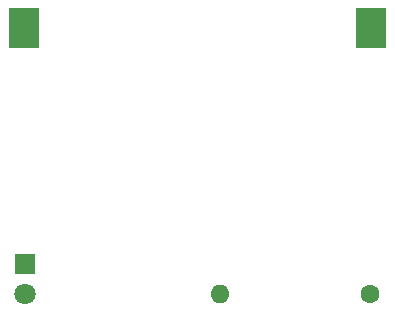
<source format=gbr>
%TF.GenerationSoftware,KiCad,Pcbnew,8.0.7*%
%TF.CreationDate,2025-01-07T01:26:18+09:00*%
%TF.ProjectId,Simple_LED,53696d70-6c65-45f4-9c45-442e6b696361,rev?*%
%TF.SameCoordinates,Original*%
%TF.FileFunction,Soldermask,Bot*%
%TF.FilePolarity,Negative*%
%FSLAX46Y46*%
G04 Gerber Fmt 4.6, Leading zero omitted, Abs format (unit mm)*
G04 Created by KiCad (PCBNEW 8.0.7) date 2025-01-07 01:26:18*
%MOMM*%
%LPD*%
G01*
G04 APERTURE LIST*
%ADD10C,1.600000*%
%ADD11O,1.600000X1.600000*%
%ADD12R,1.800000X1.800000*%
%ADD13C,1.800000*%
%ADD14R,2.540000X3.510000*%
G04 APERTURE END LIST*
D10*
%TO.C,R1*%
X190700000Y-91500000D03*
D11*
X178000000Y-91500000D03*
%TD*%
D12*
%TO.C,D1*%
X161500000Y-88960000D03*
D13*
X161500000Y-91500000D03*
%TD*%
D14*
%TO.C,BT1*%
X190800000Y-68948970D03*
X161440000Y-68948970D03*
%TD*%
M02*

</source>
